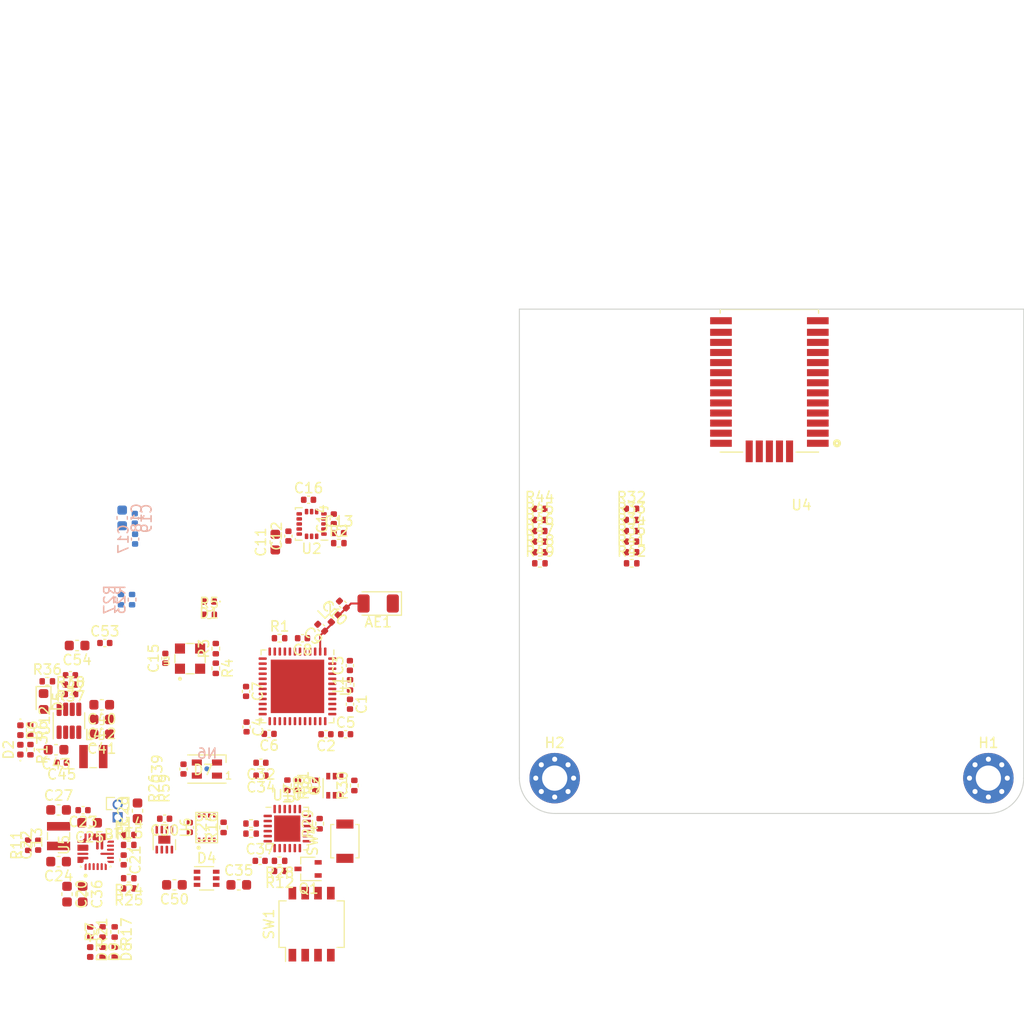
<source format=kicad_pcb>
(kicad_pcb (version 20211014) (generator pcbnew)
  (layers (0 "F.Cu" signal) (1 "In1.Cu" signal) (2 "In2.Cu" signal) (31 "B.Cu" signal) (34 "B.Paste" user) (35 "F.Paste" user) (36 "B.SilkS" user "B.Silkscreen") (37 "F.SilkS" user "F.Silkscreen") (38 "B.Mask" user) (39 "F.Mask" user) (44 "Edge.Cuts" user))
  (net 0 "")
  (net 1 "GND")
  (net 2 "Net-(C16-Pad1)")
  (net 3 "/Processor/3V3_ESP_VDDA_FILT")
  (net 4 "VDD_AUX_3V3")
  (net 5 "VBUS")
  (net 6 "VBUS_OVP")
  (net 7 "VDD_NVDC")
  (net 8 "+BATT")
  (net 9 "/GPS/GPS_RF")
  (net 10 "Net-(D8-Pad1)")
  (net 11 "Net-(C9-Pad1)")
  (net 12 "Net-(C22-Pad1)")
  (net 13 "Net-(C14-Pad1)")
  (net 14 "Net-(C22-Pad2)")
  (net 15 "Net-(D9-Pad1)")
  (net 16 "Net-(C47-Pad2)")
  (net 17 "/Processor/DEV_BTN.RST")
  (net 18 "/Processor/DEV_BTN.BOOT")
  (net 19 "/GPS/L96_1PPS")
  (net 20 "Net-(D3-Pad1)")
  (net 21 "Net-(D2-Pad1)")
  (net 22 "/BMS/SENSOR_I2C.SDA")
  (net 23 "/BMS/SENSOR_I2C.SCL")
  (net 24 "Net-(D1-Pad2)")
  (net 25 "/Processor/USB_PRESENT")
  (net 26 "/BMS/THERM_SHDN")
  (net 27 "Net-(L4-Pad1)")
  (net 28 "/Processor/DEBUG_UART.RXD")
  (net 29 "/USB/CP2102N_UART_TX")
  (net 30 "/Processor/DEBUG_UART.TXD")
  (net 31 "/USB/CP2102N_UART_RX")
  (net 32 "/GPS/GPS_UART.RX")
  (net 33 "/GPS/GPS_UART.TX")
  (net 34 "Net-(R2-Pad1)")
  (net 35 "VDD_DISP_3V3")
  (net 36 "VDD_CORE_3V3")
  (net 37 "Net-(R14-Pad1)")
  (net 38 "Net-(R15-Pad1)")
  (net 39 "Net-(R28-Pad1)")
  (net 40 "/Processor/SDMMC.D2")
  (net 41 "/Processor/SDMMC.D3")
  (net 42 "/Processor/SDMMC.CMD")
  (net 43 "/Processor/SDMMC.CLK")
  (net 44 "/Processor/SDMMC.D0")
  (net 45 "/Processor/SDMMC.D1")
  (net 47 "/Processor/STATUS_LED")
  (net 48 "/Display B2B/DISPLAY.MOSI")
  (net 49 "/Display B2B/DISPLAY.MISO")
  (net 50 "/Display B2B/DISPLAY.SCLK")
  (net 51 "/Display B2B/DISPLAY.CS")
  (net 52 "/Display B2B/DISPLAY.DC")
  (net 53 "/Display B2B/DISPLAY.BL")
  (net 56 "/BMS/USB_CC.1")
  (net 57 "Net-(J4-Pad1)")
  (net 58 "/BMS/USB_CC.2")
  (net 63 "Net-(C13-Pad1)")
  (net 88 "/USB/PORT_D+")
  (net 89 "/USB/PORT_D-")
  (net 90 "/USB/CP2102N_D+")
  (net 91 "/USB/CP2102N_D-")
  (net 92 "/BMS/USB_CHG.D+")
  (net 93 "/BMS/USB_CHG.D-")
  (net 95 "Net-(AE1-Pad2)")
  (net 96 "Net-(J4-Pad2)")
  (net 97 "Net-(J4-Pad3)")
  (net 98 "Net-(J4-Pad5)")
  (net 99 "Net-(J4-Pad7)")
  (net 100 "Net-(J4-Pad8)")
  (net 101 "Net-(C21-Pad1)")
  (net 102 "Net-(Q1-Pad2)")
  (net 103 "Net-(R21-Pad1)")
  (net 104 "/Power/POWER_EN")
  (net 105 "/User Interface/STATUS_LED")
  (net 106 "/User Interface/STATUS_LED_EXT")
  (net 107 "/USB/CP2102N_DTR")
  (net 108 "/USB/~{RTS}_BASE")
  (net 109 "/USB/CP2102N_RTS")
  (net 110 "/USB/DTR_BASE")
  (net 111 "/USB/CP2102N_~{SUS}")
  (net 112 "/Processor/SPARE0")
  (net 113 "/Processor/POWER_EN")
  (net 114 "/Processor/SPARE1")
  (net 115 "/Processor/SPARE2")
  (net 116 "Net-(TP11-Pad1)")
  (net 117 "Net-(TP13-Pad1)")
  (net 118 "Net-(TP12-Pad1)")
  (net 119 "Net-(TP14-Pad1)")
  (net 128 "VDD_SYS_3V5")
  (net 131 "/Power/BOOTSTRAP")
  (net 132 "Net-(R6-Pad2)")
  (net 133 "Net-(R7-Pad2)")
  (net 134 "Net-(R17-Pad2)")
  (net 135 "/Processor/USR_BTN.PWR")
  (net 136 "/Processor/USR_BTN.NAV_A")
  (net 137 "Net-(C6-Pad1)")
  (net 138 "Net-(D6-Pad1)")
  (net 139 "Net-(R23-Pad1)")
  (net 140 "Net-(R27-Pad1)")
  (net 141 "Net-(C23-Pad1)")
  (footprint "Capacitor_SMD:C_0402_1005Metric" (layer "F.Cu") (at 158.205 103.67 -90)
    (fp_text reference "C1")
    (fp_text value "0.1u")
  )
  (footprint "Capacitor_SMD:C_0603_1608Metric" (layer "F.Cu") (at 133.593 106.642001 180)
    (fp_text reference "C41")
    (fp_text value "10u")
  )
  (footprint "Resistor_SMD:R_0402_1005Metric" (layer "F.Cu") (at 136.275 121.935 180)
    (fp_text reference "R25")
    (fp_text value "0")
  )
  (footprint "Resistor_SMD:R_0402_1005Metric" (layer "F.Cu") (at 177.01 86.5)
    (fp_text reference "R46")
    (fp_text value "10k")
  )
  (footprint "Resistor_SMD:R_0402_1005Metric" (layer "F.Cu") (at 126.505 106.245 -90)
    (fp_text reference "R6")
    (fp_text value "1k")
  )
  (footprint "Capacitor_SMD:C_0402_1005Metric" (layer "F.Cu") (at 157.775 106.645)
    (fp_text reference "C5")
    (fp_text value "0.1u")
  )
  (footprint "Resistor_SMD:R_0402_1005Metric" (layer "F.Cu") (at 130.493 102.662001)
    (fp_text reference "R38")
    (fp_text value "100k")
  )
  (footprint "Resistor_SMD:R_0402_1005Metric" (layer "F.Cu") (at 157.1 87.7)
    (fp_text reference "R2")
    (fp_text value "10k")
  )
  (footprint "Resistor_SMD:R_0402_1005Metric" (layer "F.Cu") (at 186.11 85.4)
    (fp_text reference "R33")
    (fp_text value "22")
  )
  (footprint "Capacitor_SMD:C_0402_1005Metric" (layer "F.Cu") (at 147.95 105.92 -90)
    (fp_text reference "C4")
    (fp_text value "1u")
  )
  (footprint "Resistor_SMD:R_0402_1005Metric" (layer "F.Cu") (at 136.27 117.62)
    (fp_text reference "R15")
    (fp_text value "14k")
  )
  (footprint "Connector_PinHeader_1.27mm:PinHeader_1x02_P1.27mm_Vertical" (layer "F.Cu") (at 135.17 114.88 180)
    (fp_text reference "BT1")
    (fp_text value "JST-PH-2")
  )
  (footprint "Capacitor_SMD:C_0603_1608Metric" (layer "F.Cu") (at 129.315 114.15)
    (fp_text reference "C27")
    (fp_text value "10u")
  )
  (footprint "Capacitor_SMD:C_0402_1005Metric" (layer "F.Cu") (at 149.38 110.744 180)
    (fp_text reference "C34")
    (fp_text value "1u")
  )
  (footprint "Capacitor_SMD:C_0603_1608Metric" (layer "F.Cu") (at 137.14 114.24 90)
    (fp_text reference "C28")
    (fp_text value "10u")
  )
  (footprint "Resistor_SMD:R_0402_1005Metric" (layer "F.Cu") (at 136.275 120.925 180)
    (fp_text reference "R24")
    (fp_text value "0")
  )
  (footprint "Package_DFN_QFN:QFN-48-1EP_7x7mm_P0.5mm_EP5.3x5.3mm" (layer "F.Cu") (at 153 101.9 -90)
    (fp_text reference "U1")
    (fp_text value "ESP32-PICO-V3-02")
  )
  (footprint "Resistor_SMD:R_0402_1005Metric" (layer "F.Cu") (at 158.21 101.755 90)
    (fp_text reference "L1")
    (fp_text value "0")
  )
  (footprint "Resistor_SMD:R_0402_1005Metric" (layer "F.Cu") (at 136.27 116.63)
    (fp_text reference "R14")
    (fp_text value "14k")
  )
  (footprint "Resistor_SMD:R_0402_1005Metric" (layer "F.Cu") (at 134.875 126.25 -90)
    (fp_text reference "R17")
    (fp_text value "1k")
  )
  (footprint "Capacitor_SMD:C_0603_1608Metric" (layer "F.Cu") (at 133.593 105.182001 180)
    (fp_text reference "C42")
    (fp_text value "10u")
  )
  (footprint "Capacitor_SMD:C_0402_1005Metric" (layer "F.Cu") (at 153.5 97.125 180)
    (fp_text reference "C8")
    (fp_text value "0.1u")
  )
  (footprint "Resistor_SMD:R_0402_1005Metric" (layer "F.Cu") (at 186.11 84.3)
    (fp_text reference "R32")
    (fp_text value "22")
  )
  (footprint "Package_TO_SOT_SMD:TSOT-23-8" (layer "F.Cu") (at 130.343 105.312001 90)
    (fp_text reference "U12")
    (fp_text value "RT5789")
  )
  (footprint "Capacitor_SMD:C_0603_1608Metric" (layer "F.Cu") (at 150.8 87.6 90)
    (fp_text reference "C11")
    (fp_text value "4.7u")
  )
  (footprint "Capacitor_SMD:C_0402_1005Metric" (layer "F.Cu") (at 158.195305 99.834695 90)
    (fp_text reference "C3")
    (fp_text value "0.1u")
  )
  (footprint "Capacitor_SMD:C_0402_1005Metric" (layer "F.Cu") (at 155.35278 96.084391 135)
    (fp_text reference "C9")
    (fp_text value "0.1u")
  )
  (footprint "Capacitor_SMD:C_0402_1005Metric" (layer "F.Cu") (at 149.38 109.474 180)
    (fp_text reference "C32")
    (fp_text value "1u")
  )
  (footprint "Resistor_SMD:R_0402_1005Metric" (layer "F.Cu") (at 186.11 87.55)
    (fp_text reference "R35")
    (fp_text value "22")
  )
  (footprint "Resistor_SMD:R_0402_1005Metric" (layer "F.Cu") (at 177.035 88.6)
    (fp_text reference "R48")
    (fp_text value "10k")
  )
  (footprint "Inductor_SMD:L_0402_1005Metric" (layer "F.Cu") (at 156.7 95.184391 45)
    (fp_text reference "L2")
    (fp_text value "L_Small")
  )
  (footprint "Package_TO_SOT_SMD:SOT-363_SC-70-6" (layer "F.Cu") (at 143.99 120.93)
    (fp_text reference "D4")
    (fp_text value "ESD5V5U5ULCE6327HTSA1")
  )
  (footprint "Resistor_SMD:R_0402_1005Metric" (layer "F.Cu") (at 158.6375 111.73 90)
    (fp_text reference "R30")
    (fp_text value "10k")
  )
  (footprint "Capacitor_SMD:C_0603_1608Metric" (layer "F.Cu") (at 140.8 121.58 180)
    (fp_text reference "C50")
    (fp_text value "4.7u")
  )
  (footprint "Capacitor_SMD:C_0402_1005Metric" (layer "F.Cu") (at 139.9 99.12 90)
    (fp_text reference "C15")
    (fp_text value "0.1u")
  )
  (footprint "Capacitor_SMD:C_0603_1608Metric" (layer "F.Cu") (at 130.1525 122.5 -90)
    (fp_text reference "C20")
    (fp_text value "4.7u")
  )
  (footprint "Button_Switch_SMD:SW_DIP_SPSTx04_Slide_Omron_A6H-4101_W6.15mm_P1.27mm" (layer "F.Cu") (at 154.4 125.476 90)
    (fp_text reference "SW1")
    (fp_text value "OVERRIDE")
  )
  (footprint "Resistor_SMD:R_0402_1005Metric" (layer "F.Cu") (at 151.225 97.125)
    (fp_text reference "R1")
    (fp_text value "100k")
  )
  (footprint "Capacitor_SMD:C_0402_1005Metric" (layer "F.Cu") (at 156.6 85.3 90)
    (fp_text reference "C14")
    (fp_text value "0.1u")
  )
  (footprint "Resistor_SMD:R_0402_1005Metric" (layer "F.Cu") (at 155.1975 115.5175 90)
    (fp_text reference "R29")
    (fp_text value "100k")
  )
  (footprint "Capacitor_SMD:C_0402_1005Metric" (layer "F.Cu") (at 141.7 110.1 90)
    (fp_text reference "C39")
    (fp_text value "0.1u")
  )
  (footprint "Capacitor_SMD:C_0603_1608Metric" (layer "F.Cu") (at 129.063 108.182001 180)
    (fp_text reference "C43")
    (fp_text value "4.7u")
  )
  (footprint "LED_SMD:LED_0603_1608Metric" (layer "F.Cu") (at 127.826 103.4 -90)
    (fp_text reference "D5")
    (fp_text value "MBR0540")
  )
  (footprint "Resistor_SMD:R_0402_1005Metric" (layer "F.Cu") (at 152 111.7 -90)
    (fp_text reference "R8")
    (fp_text value "0")
  )
  (footprint "Resistor_SMD:R_0402_1005Metric" (layer "F.Cu") (at 186.1154 88.600001)
    (fp_text reference "R41")
    (fp_text value "22")
  )
  (footprint "Resistor_SMD:R_0402_1005Metric" (layer "F.Cu") (at 133.675 126.25 90)
    (fp_text reference "R7")
    (fp_text value "1k")
  )
  (footprint "LED_SMD:LED_SK6805_PLCC4_2.4x2.7mm_P1.3mm" (layer "F.Cu") (at 144.02 110.1 180)
    (fp_text reference "D7")
    (fp_text value "SK6805")
  )
  (footprint "Capacitor_SMD:C_0402_1005Metric" (layer "F.Cu") (at 155.825 106.645 180)
    (fp_text reference "C2")
    (fp_text value "1u")
  )
  (footprint "Capacitor_SMD:C_0402_1005Metric" (layer "F.Cu") (at 133.9 97.6)
    (fp_text reference "C53")
    (fp_text value "0.1u")
  )
  (footprint "MountingHole:MountingHole_2.5mm_Pad_Via" (layer "F.Cu") (at 221.5 111)
    (fp_text reference "H1")
    (fp_text value "BL")
  )
  (footprint "Capacitor_SMD:C_0402_1005Metric" (layer "F.Cu") (at 127.29 117.6475 90)
    (fp_text reference "C22")
    (fp_text value "0.1u")
  )
  (footprint "Resistor_SMD:R_0402_1005Metric" (layer "F.Cu") (at 151.2375 120.2 180)
    (fp_text reference "R12")
    (fp_text value "100k")
  )
  (footprint "Resistor_SMD:R_0402_1005Metric" (layer "F.Cu") (at 144.25 94.8)
    (fp_text reference "R5")
    (fp_text value "1k")
  )
  (footprint "Resistor_SMD:R_0402_1005Metric" (layer "F.Cu") (at 177.01 85.4)
    (fp_text reference "R45")
    (fp_text value "10k")
  )
  (footprint "LED_SMD:LED_0402_1005Metric" (layer "F.Cu") (at 144.2325 93.49 180)
    (fp_text reference "D1")
    (fp_text value "LED_Small_Filled")
  )
  (footprint "Resistor_SMD:R_0402_1005Metric" (layer "F.Cu") (at 151.225 119.2 180)
    (fp_text reference "R28")
    (fp_text value "100k")
  )
  (footprint "Capacitor_SMD:C_0402_1005Metric" (layer "F.Cu") (at 129.623 109.472001 180)
    (fp_text reference "C45")
    (fp_text value "1u")
  )
  (footprint "bt_Package_LGA:TE_MS563702BA03-50" (layer "F.Cu") (at 142.35 99.15 90)
    (fp_text reference "U3")
    (fp_text value "MS5637-02BA03")
  )
  (footprint "MountingHole:MountingHole_2.5mm_Pad_Via" (layer "F.Cu") (at 178.5 111)
    (fp_text reference "H2")
    (fp_text value "BR")
  )
  (footprint "Capacitor_SMD:C_0402_1005Metric" (layer "F.Cu") (at 157.1 86.7)
    (fp_text reference "C13")
    (fp_text value "0.1u")
  )
  (footprint "bt_Package_SON:XSON-8U" (layer "F.Cu") (at 144 115.9)
    (fp_text reference "U6")
    (fp_text value "LM75B")
  )
  (footprint "Resistor_SMD:R_0402_1005Metric" (layer "F.Cu") (at 177.01 87.55)
    (fp_text reference "R47")
    (fp_text value "10k")
  )
  (footprint "Package_DFN_QFN:TDFN-8-1EP_2x2mm_P0.5mm_EP0.8x1.2mm" (layer "F.Cu") (at 139.8 117.1 -90)
    (fp_text reference "U7")
    (fp_text value "MAX17048G")
  )
  (footprint "LED_SMD:LED_0402_1005Metric" (layer "F.Cu") (at 125.525 108.175 90)
    (fp_text reference "D2")
    (fp_text value "LED_Small_Filled")
  )
  (footprint "LED_SMD:LED_0402_1005Metric" (layer "F.Cu") (at 133.675 128.225 -90)
    (fp_text reference "D9")
    (fp_text value "LED_Small_Filled")
  )
  (footprint "Capacitor_SMD:C_0402_1005Metric" (layer "F.Cu") (at 152.1 87 90)
    (fp_text reference "C12")
    (fp_text value "0.1u")
  )
  (footprint "Package_TO_SOT_SMD:SOT-363_SC-70-6" (layer "F.Cu") (at 156.7 111.75 90)
    (fp_text reference "Q2")
    (fp_text value "MBT2222ADW1T1")
  )
  (footprint "Resistor_SMD:R_0402_1005Metric" (layer "F.Cu") (at 148.4 116.5)
    (fp_text reference "R26")
    (fp_text value "0")
  )
  (footprint "Resistor_SMD:R_0402_1005Metric" (layer "F.Cu") (at 132.45 126.265 -90)
    (fp_text reference "R21")
    (fp_text value "1k")
  )
  (footprint "bt_Module_GPS:Quectel_L96-M33" (layer "F.Cu") (at 199.7875 71.6 180)
    (fp_text reference "U4")
    (fp_text value "L96-M33")
  )
  (footprint "Capacitor_SMD:C_0402_1005Metric" (layer "F.Cu") (at 139.83 115.02 180)
    (fp_text reference "C30")
    (fp_text value "0.1u")
  )
  (footprint "Button_Switch_SMD:SW_SPST_B3U-1000P" (layer "F.Cu") (at 157.7 117.25 90)
    (fp_text reference "SW4")
    (fp_text value "SW_Push")
  )
  (footprint "Capacitor_SMD:C_0402_1005Metric" (layer "F.Cu") (at 135.77 119.11 -90)
    (fp_text reference "C21")
    (fp_text value "1u")
  )
  (footprint "Capacitor_SMD:C_0402_1005Metric" (layer "F.Cu") (at 131.74 114.175 180)
    (fp_text reference "C23")
    (fp_text value "1u")
  )
  (footprint "Capacitor_SMD:C_0402_1005Metric" (layer "F.Cu") (at 142.325 115.88821 -90)
    (fp_text reference "C29")
    (fp_text value "0.1u")
  )
  (footprint "Package_TO_SOT_SMD:SOT-323_SC-70" (layer "F.Cu") (at 154.05 120 180)
    (fp_text reference "Q1")
    (fp_text value "Q_NMOS_DGS")
  )
  (footprint "Inductor_SMD:L_Wuerth_MAPI-2510" (layer "F.Cu") (at 132.763 108.862001)
    (fp_text reference "L4")
    (fp_text value "1u")
  )
  (footprint "Resistor_SMD:R_0402_1005Metric" (layer "F.Cu") (at 153.05 111.7 -90)
    (fp_text reference "R9")
    (fp_text value "0")
  )
  (footprint "Capacitor_SMD:C_0603_1608Metric" (layer "F.Cu") (at 131.15 97.85 180)
    (fp_text reference "C54")
    (fp_text value "4.7u")
  )
  (footprint "Capacitor_SMD:C_0402_1005Metric" (layer "F.Cu") (at 130.493 100.792001 180)
    (fp_text reference "C47")
    (fp_text value "10p")
  )
  (footprint "Package_LGA:LGA-16_3x3mm_P0.5mm_LayoutBorder3x5y" (layer "F.Cu") (at 154.4 85.8 180)
    (fp_text reference "U2")
    (fp_text value "FXOS8700CQR1")
  )
  (footprint "Capacitor_SMD:C_0603_1608Metric" (layer "F.Cu") (at 132.39 115.425 180)
    (fp_text reference "C25")
    (fp_text value "10u")
  )
  (footprint "Package_DFN_QFN:QFN-24-1EP_4x4mm_P0.5mm_EP2.6x2.6mm" (layer "F.Cu") (at 151.9875 116)
    (fp_text reference "U10")
    (fp_text value "CP2102N-Axx-xQFN24")
  )
  (footprint "Resistor_SMD:R_0402_1005Metric" (layer "F.Cu") (at 126.3 117.65 90)
    (fp_text reference "R11")
    (fp_text value "100k")
  )
  (footprint "RF_Antenna:Johanson_2450AT18x100" (layer "F.Cu") (at 161 93.684391 180)
    (fp_text reference "AE1")
    (fp_text value "2.4G")
  )
  (footprint "Capacitor_SMD:C_0603_1608Metric" (layer "F.Cu") (at 147.18 121.58)
    (fp_text reference "C35")
    (fp_text value "4.7u")
  )
  (footprint "Resistor_SMD:R_0402_1005Metric" (layer "F.Cu") (at 144.9 100.11 -90)
    (fp_text reference "R4")
    (fp_text value "4.7k")
  )
  (footprint "Resistor_SMD:R_0402_1005Metric" (layer "F.Cu") (at 126.525 108.175 -90)
    (fp_text reference "R13")
    (fp_text value "1k")
  )
  (footprint "Capacitor_SMD:C_0603_1608Metric" (layer "F.Cu") (at 129.315 119.275 180)
    (fp_text reference "C24")
    (fp_text value "10u")
  )
  (footprint "Resistor_SMD:R_0402_1005Metric" (layer "F.Cu") (at 128.2 101.4)
    (fp_text reference "R36")
    (fp_text value "100k")
  )
  (footprint "Resistor_SMD:R_0402_1005Metric" (layer "F.Cu") (at 130.493 101.722001 180)
    (fp_text reference "R37")
    (fp_text value "?")
  )
  (footprint "Capacitor_SMD:C_0603_1608Metric" (layer "F.Cu") (at 131.7 122.5 -90)
    (fp_text reference "C36")
    (fp_text value "4.7u")
  )
  (footprint "Resistor_SMD:R_0402_1005Metric" (layer "F.Cu") (at 177.01 84.3)
    (fp_text reference "R44")
    (fp_text value "10k")
  )
  (footprint "Capacitor_SMD:C_0402_1005Metric" (layer "F.Cu") (at 147.9 102.4 -90)
    (fp_text reference "C7")
    (fp_text value "0.1u")
  )
  (footprint "Capacitor_SMD:C_0603_1608Metric" (layer "F.Cu") (at 133.593 103.722001 180)
    (fp_text reference "C40")
    (fp_text value "10u")
  )
  (footprint "Inductor_SMD:L_Wuerth_MAPI-2510" (layer "F.Cu") (at 129.315 116.75 90)
    (fp_text reference "L3")
    (fp_text value "0.47u")
  )
  (footprint "LED_SMD:LED_0402_1005Metric" (layer "F.Cu") (at 125.53 106.245 -90)
    (fp_text reference "D6")
    (fp_text value "LED_Small_Filled")
  )
  (footprint "Capacitor_SMD:C_0402_1005Metric" (layer "F.Cu") (at 154.1 83.4)
    (fp_text reference "C16")
    (fp_text value "0.1u")
  )
  (footprint "Capacitor_SMD:C_0402_1005Metric" (layer "F.Cu") (at 150.19 106.61 180)
    (fp_text reference "C6")
    (fp_text value "0.1u")
  )
  (footprint "LED_SMD:LED_0402_1005Metric" (layer "F.Cu") (at 134.875 128.225 -90)
    (fp_text reference "D8")
    (fp_text value "LED_Small_Filled")
  )
  (footprint "Capacitor_SMD:C_0402_1005Metric" (layer "F.Cu") (at 157.5 93.784391 135)
    (fp_text reference "C10")
    (fp_text value "0.1u")
  )
  (footprint "Resistor_SMD:R_0402_1005Metric" (layer "F.Cu") (at 186.11 86.5)
    (fp_text reference "R34")
    (fp_text value "22")
  )
  (footprint "Resistor_SMD:R_0402_1005Metric" (layer "F.Cu") (at 144.9 98.16 90)
    (fp_text reference "R3")
    (fp_text value "4.7k")
  )
  (footprint "Resistor_SMD:R_0402_1005Metric" (layer "F.Cu") (at 177.035 89.7)
    (fp_text reference "R49")
    (fp_text value "10k")
  )
  (footprint "bt_Package_QFN:FC2QFN-24-3x3_P0.4mm" (layer "F.Cu") (at 132.99 118.3 90)
    (fp_text reference "U5")
    (fp_text value "MAX77751")
  )
  (footprint "Resistor_SMD:R_0402_1005Metric" (layer "F.Cu") (at 148.4 115.5)
    (fp_text reference "R59")
    (fp_text value "0")
  )
  (footprint "Resistor_SMD:R_0402_1005Metric" (layer "F.Cu") (at 154.7675 111.72 90)
    (fp_text reference "R31")
    (fp_text value "10k")
  )
  (footprint "LED_SMD:LED_0402_1005Metric" (layer "F.Cu") (at 132.45 128.24 -90)
    (fp_text reference "D3")
    (fp_text value "LED_Small_Filled")
  )
  (footprint "Capacitor_SMD:C_0402_1005Metric" (layer "F.Cu") (at 149.3 119.2)
    (fp_text reference "C37")
    (fp_text value "0.1u")
  )
  (footprint "Resistor_SMD:R_0402_1005Metric" (layer "F.Cu") (at 145.675 115.885 90)
    (fp_text reference "R16")
    (fp_text value "0")
  )
  (footprint "Resistor_SMD:R_0402_1005Metric" (layer "F.Cu") (at 186.135 89.7)
    (fp_text reference "R42")
    (fp_text value "22")
  )
  (footprint "Capacitor_SMD:C_0402_1005Metric" (layer "B.Cu") (at 136.9 87.3 -90)
    (fp_text reference "C17")
    (fp_text value "0.1u")
  )
  (footprint "Fiducial:Fiducial_0.5mm_Mask1.5mm" (layer "B.Cu") (at 144.02 110.075 180)
    (fp_text reference "N6")
    (fp_text value "Display Board")
  )
  (footprint "Resistor_SMD:R_0402_1005Metric" (layer "B.Cu") (at 136.6 93.3 -90)
    (fp_text reference "R23")
    (fp_text value "0")
  )
  (footprint "Capacitor_SMD:C_0603_1608Metric" (layer "B.Cu") (at 135.62 85.2 90)
    (fp_text reference "C18")
    (fp_text value "4.7u")
  )
  (footprint "Capacitor_SMD:C_0402_1005Metric" (layer "B.Cu") (at 136.87 85.25 90)
    (fp_text reference "C19")
    (fp_text value "0.1u")
  )
  (footprint "Resistor_SMD:R_0402_1005Metric" (layer "B.Cu") (at 135.5 93.3 -90)
    (fp_text reference "R27")
    (fp_text value "0")
  )
  (gr_arc (start 225 111) (mid 223.974874 113.474874) (end 221.5 114.5) (layer "Edge.Cuts") (width 0.1))
  (gr_line (start 175 64.5) (end 225 64.5) (layer "Edge.Cuts") (width 0.1))
  (gr_line (start 225 64.5) (end 225 111) (layer "Edge.Cuts") (width 0.1))
  (gr_line (start 221.5 114.5) (end 178.5 114.5) (layer "Edge.Cuts") (width 0.1))
  (gr_arc (start 178.5 114.5) (mid 176.025126 113.474874) (end 175 111) (layer "Edge.Cuts") (width 0.1))
  (gr_line (start 175 111) (end 175 64.5) (layer "Edge.Cuts") (width 0.1))
  (segment (start 155.25 96.865993) (end 155.692191 96.423802) (width 0.2) (layer "F.Cu") (net 11))
  (segment (start 155.25 98.45) (end 155.25 96.865993) (width 0.2) (layer "F.Cu") (net 11))
  (segment (start 156.357053 95.527338) (end 156.357053 95.75894) (width 0.2) (layer "F.Cu") (net 11))
  (segment (start 156.357053 95.75894) (end 155.692191 96.423802) (width 0.2) (layer "F.Cu") (net 11))
  (segment (start 157.121769 94.841444) (end 157.839411 94.123802) (width 0.2) (layer "F.Cu") (net 95))
  (segment (start 158.315609 93.684391) (end 159.55 93.684391) (width 0.2) (layer "F.Cu") (net 95))
  (segment (start 157.876198 94.123802) (end 158.315609 93.684391) (width 0.2) (layer "F.Cu") (net 95))
  (segment (start 157.042947 94.841444) (end 157.121769 94.841444) (width 0.2) (layer "F.Cu") (net 95))
  (segment (start 157.839411 94.123802) (end 157.876198 94.123802) (width 0.2) (layer "F.Cu") (net 95))
)
</source>
